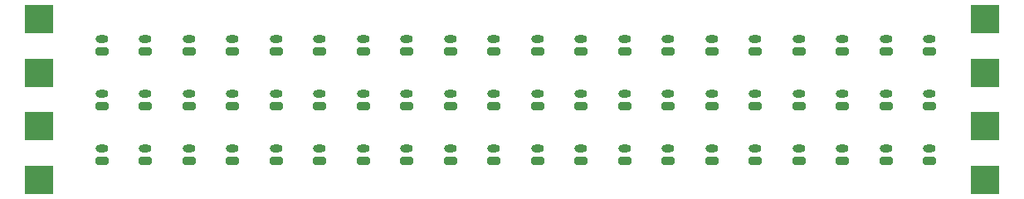
<source format=gbr>
%TF.GenerationSoftware,KiCad,Pcbnew,(6.0.2)*%
%TF.CreationDate,2022-04-10T16:39:51+09:00*%
%TF.ProjectId,battery_array,62617474-6572-4795-9f61-727261792e6b,rev?*%
%TF.SameCoordinates,Original*%
%TF.FileFunction,Soldermask,Bot*%
%TF.FilePolarity,Negative*%
%FSLAX46Y46*%
G04 Gerber Fmt 4.6, Leading zero omitted, Abs format (unit mm)*
G04 Created by KiCad (PCBNEW (6.0.2)) date 2022-04-10 16:39:51*
%MOMM*%
%LPD*%
G01*
G04 APERTURE LIST*
G04 Aperture macros list*
%AMRoundRect*
0 Rectangle with rounded corners*
0 $1 Rounding radius*
0 $2 $3 $4 $5 $6 $7 $8 $9 X,Y pos of 4 corners*
0 Add a 4 corners polygon primitive as box body*
4,1,4,$2,$3,$4,$5,$6,$7,$8,$9,$2,$3,0*
0 Add four circle primitives for the rounded corners*
1,1,$1+$1,$2,$3*
1,1,$1+$1,$4,$5*
1,1,$1+$1,$6,$7*
1,1,$1+$1,$8,$9*
0 Add four rect primitives between the rounded corners*
20,1,$1+$1,$2,$3,$4,$5,0*
20,1,$1+$1,$4,$5,$6,$7,0*
20,1,$1+$1,$6,$7,$8,$9,0*
20,1,$1+$1,$8,$9,$2,$3,0*%
G04 Aperture macros list end*
%ADD10RoundRect,0.200000X0.450000X-0.200000X0.450000X0.200000X-0.450000X0.200000X-0.450000X-0.200000X0*%
%ADD11O,1.300000X0.800000*%
%ADD12R,3.000000X3.000000*%
G04 APERTURE END LIST*
D10*
%TO.C,J8*%
X119068000Y-97653000D03*
D11*
X119068000Y-96403000D03*
%TD*%
D10*
%TO.C,J5*%
X114623000Y-97653000D03*
D11*
X114623000Y-96403000D03*
%TD*%
D10*
%TO.C,J59*%
X194633000Y-97653000D03*
D11*
X194633000Y-96403000D03*
%TD*%
D10*
%TO.C,J25*%
X145738000Y-103241000D03*
D11*
X145738000Y-101991000D03*
%TD*%
D10*
%TO.C,J19*%
X136848000Y-103241000D03*
D11*
X136848000Y-101991000D03*
%TD*%
D10*
%TO.C,J20*%
X136848000Y-97653000D03*
D11*
X136848000Y-96403000D03*
%TD*%
D10*
%TO.C,J32*%
X154628000Y-97653000D03*
D11*
X154628000Y-96403000D03*
%TD*%
D10*
%TO.C,J14*%
X127958000Y-97653000D03*
D11*
X127958000Y-96403000D03*
%TD*%
D10*
%TO.C,J55*%
X190188000Y-103241000D03*
D11*
X190188000Y-101991000D03*
%TD*%
D10*
%TO.C,J42*%
X167963000Y-92065000D03*
D11*
X167963000Y-90815000D03*
%TD*%
D10*
%TO.C,J10*%
X123513000Y-103241000D03*
D11*
X123513000Y-101991000D03*
%TD*%
D10*
%TO.C,J16*%
X132403000Y-103241000D03*
D11*
X132403000Y-101991000D03*
%TD*%
D10*
%TO.C,J53*%
X185743000Y-97653000D03*
D11*
X185743000Y-96403000D03*
%TD*%
D12*
%TO.C,H3*%
X200270294Y-94234000D03*
%TD*%
%TO.C,H5*%
X103759000Y-105156000D03*
%TD*%
D10*
%TO.C,J27*%
X145738000Y-92065000D03*
D11*
X145738000Y-90815000D03*
%TD*%
D10*
%TO.C,J18*%
X132403000Y-92065000D03*
D11*
X132403000Y-90815000D03*
%TD*%
D10*
%TO.C,J52*%
X185743000Y-103241000D03*
D11*
X185743000Y-101991000D03*
%TD*%
D10*
%TO.C,J31*%
X154628000Y-103241000D03*
D11*
X154628000Y-101991000D03*
%TD*%
D10*
%TO.C,J44*%
X172408000Y-97653000D03*
D11*
X172408000Y-96403000D03*
%TD*%
D10*
%TO.C,J21*%
X136848000Y-92065000D03*
D11*
X136848000Y-90815000D03*
%TD*%
D10*
%TO.C,J58*%
X194633000Y-103241000D03*
D11*
X194633000Y-101991000D03*
%TD*%
D10*
%TO.C,J13*%
X127958000Y-103241000D03*
D11*
X127958000Y-101991000D03*
%TD*%
D10*
%TO.C,J23*%
X141293000Y-97653000D03*
D11*
X141293000Y-96403000D03*
%TD*%
D10*
%TO.C,J41*%
X167963000Y-97653000D03*
D11*
X167963000Y-96403000D03*
%TD*%
D10*
%TO.C,J51*%
X181298000Y-92065000D03*
D11*
X181298000Y-90815000D03*
%TD*%
D10*
%TO.C,J11*%
X123513000Y-97653000D03*
D11*
X123513000Y-96403000D03*
%TD*%
D10*
%TO.C,J54*%
X185743000Y-92065000D03*
D11*
X185743000Y-90815000D03*
%TD*%
D10*
%TO.C,J2*%
X110178000Y-97653000D03*
D11*
X110178000Y-96403000D03*
%TD*%
D12*
%TO.C,H1*%
X200270294Y-105156000D03*
%TD*%
D10*
%TO.C,J17*%
X132403000Y-97653000D03*
D11*
X132403000Y-96403000D03*
%TD*%
D10*
%TO.C,J35*%
X159073000Y-97653000D03*
D11*
X159073000Y-96403000D03*
%TD*%
D12*
%TO.C,H6*%
X103759000Y-99695000D03*
%TD*%
D10*
%TO.C,J43*%
X172408000Y-103241000D03*
D11*
X172408000Y-101991000D03*
%TD*%
D12*
%TO.C,H8*%
X103759000Y-88773000D03*
%TD*%
D10*
%TO.C,J24*%
X141293000Y-92065000D03*
D11*
X141293000Y-90815000D03*
%TD*%
D10*
%TO.C,J56*%
X190188000Y-97653000D03*
D11*
X190188000Y-96403000D03*
%TD*%
D10*
%TO.C,J39*%
X163518000Y-92065000D03*
D11*
X163518000Y-90815000D03*
%TD*%
D10*
%TO.C,J47*%
X176853000Y-97653000D03*
D11*
X176853000Y-96403000D03*
%TD*%
D10*
%TO.C,J28*%
X150183000Y-103241000D03*
D11*
X150183000Y-101991000D03*
%TD*%
D10*
%TO.C,J36*%
X159073000Y-92065000D03*
D11*
X159073000Y-90815000D03*
%TD*%
D12*
%TO.C,H2*%
X200270294Y-99695000D03*
%TD*%
D10*
%TO.C,J30*%
X150183000Y-92065000D03*
D11*
X150183000Y-90815000D03*
%TD*%
D10*
%TO.C,J9*%
X119068000Y-92065000D03*
D11*
X119068000Y-90815000D03*
%TD*%
D10*
%TO.C,J15*%
X127958000Y-92065000D03*
D11*
X127958000Y-90815000D03*
%TD*%
D10*
%TO.C,J46*%
X176853000Y-103241000D03*
D11*
X176853000Y-101991000D03*
%TD*%
D10*
%TO.C,J26*%
X145738000Y-97653000D03*
D11*
X145738000Y-96403000D03*
%TD*%
D12*
%TO.C,H7*%
X103759000Y-94234000D03*
%TD*%
D10*
%TO.C,J60*%
X194633000Y-92065000D03*
D11*
X194633000Y-90815000D03*
%TD*%
D10*
%TO.C,J7*%
X119068000Y-103241000D03*
D11*
X119068000Y-101991000D03*
%TD*%
D10*
%TO.C,J3*%
X110178000Y-92065000D03*
D11*
X110178000Y-90815000D03*
%TD*%
D10*
%TO.C,J22*%
X141293000Y-103241000D03*
D11*
X141293000Y-101991000D03*
%TD*%
D10*
%TO.C,J40*%
X167963000Y-103241000D03*
D11*
X167963000Y-101991000D03*
%TD*%
D10*
%TO.C,J34*%
X159073000Y-103241000D03*
D11*
X159073000Y-101991000D03*
%TD*%
D10*
%TO.C,J29*%
X150183000Y-97653000D03*
D11*
X150183000Y-96403000D03*
%TD*%
D10*
%TO.C,J38*%
X163518000Y-97653000D03*
D11*
X163518000Y-96403000D03*
%TD*%
D10*
%TO.C,J6*%
X114623000Y-92065000D03*
D11*
X114623000Y-90815000D03*
%TD*%
D10*
%TO.C,J1*%
X110178000Y-103241000D03*
D11*
X110178000Y-101991000D03*
%TD*%
D10*
%TO.C,J49*%
X181298000Y-103241000D03*
D11*
X181298000Y-101991000D03*
%TD*%
D10*
%TO.C,J33*%
X154628000Y-92065000D03*
D11*
X154628000Y-90815000D03*
%TD*%
D12*
%TO.C,H4*%
X200270294Y-88773000D03*
%TD*%
D10*
%TO.C,J50*%
X181298000Y-97653000D03*
D11*
X181298000Y-96403000D03*
%TD*%
D10*
%TO.C,J12*%
X123513000Y-92065000D03*
D11*
X123513000Y-90815000D03*
%TD*%
D10*
%TO.C,J37*%
X163518000Y-103241000D03*
D11*
X163518000Y-101991000D03*
%TD*%
D10*
%TO.C,J45*%
X172408000Y-92065000D03*
D11*
X172408000Y-90815000D03*
%TD*%
D10*
%TO.C,J4*%
X114623000Y-103241000D03*
D11*
X114623000Y-101991000D03*
%TD*%
D10*
%TO.C,J48*%
X176853000Y-92065000D03*
D11*
X176853000Y-90815000D03*
%TD*%
D10*
%TO.C,J57*%
X190188000Y-92065000D03*
D11*
X190188000Y-90815000D03*
%TD*%
M02*

</source>
